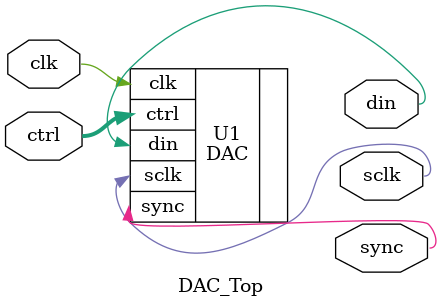
<source format=v>
`timescale 1ns / 1ps
module DAC_Top(
		input wire clk,
		input wire [1:0] ctrl,
		output din,
		output sclk,
		output sync
    );
	 reg [15:0] data;
	 reg [7:0] N;
	 reg [10:0] cntdiv;
	 reg [4:0] j;
	 DAC U1 (
    .clk(clk), 
    .ctrl(ctrl), 
    .din(din), 
    .sclk(sclk), 
    .sync(sync)
    );
endmodule

</source>
